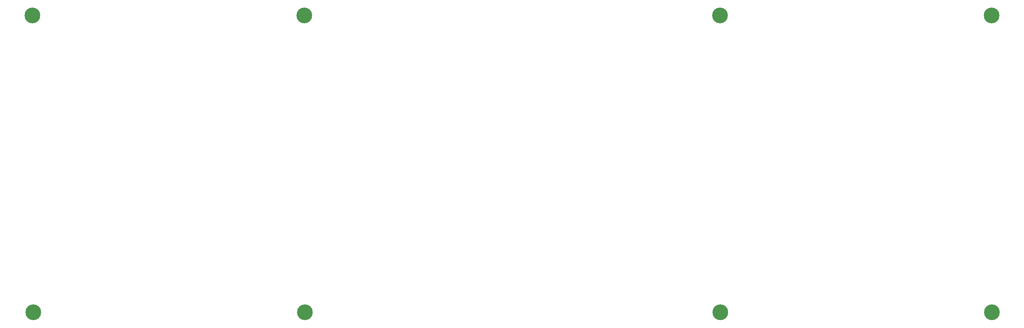
<source format=gbr>
%TF.GenerationSoftware,KiCad,Pcbnew,(6.0.7)*%
%TF.CreationDate,2022-11-12T23:42:17+01:00*%
%TF.ProjectId,skoosk backplate v1.1,736b6f6f-736b-4206-9261-636b706c6174,rev?*%
%TF.SameCoordinates,Original*%
%TF.FileFunction,Soldermask,Bot*%
%TF.FilePolarity,Negative*%
%FSLAX46Y46*%
G04 Gerber Fmt 4.6, Leading zero omitted, Abs format (unit mm)*
G04 Created by KiCad (PCBNEW (6.0.7)) date 2022-11-12 23:42:17*
%MOMM*%
%LPD*%
G01*
G04 APERTURE LIST*
%ADD10C,4.400000*%
G04 APERTURE END LIST*
D10*
%TO.C,H2*%
X81153000Y-91537469D03*
%TD*%
%TO.C,H3*%
X197231000Y-8509000D03*
%TD*%
%TO.C,H4*%
X273177000Y-8509000D03*
%TD*%
%TO.C,H1*%
X5207000Y-91567000D03*
%TD*%
%TO.C,H4*%
X273304000Y-91567000D03*
%TD*%
%TO.C,H1*%
X4953000Y-8509000D03*
%TD*%
%TO.C,H2*%
X81019500Y-8509000D03*
%TD*%
%TO.C,H3*%
X197380100Y-91567000D03*
%TD*%
M02*

</source>
